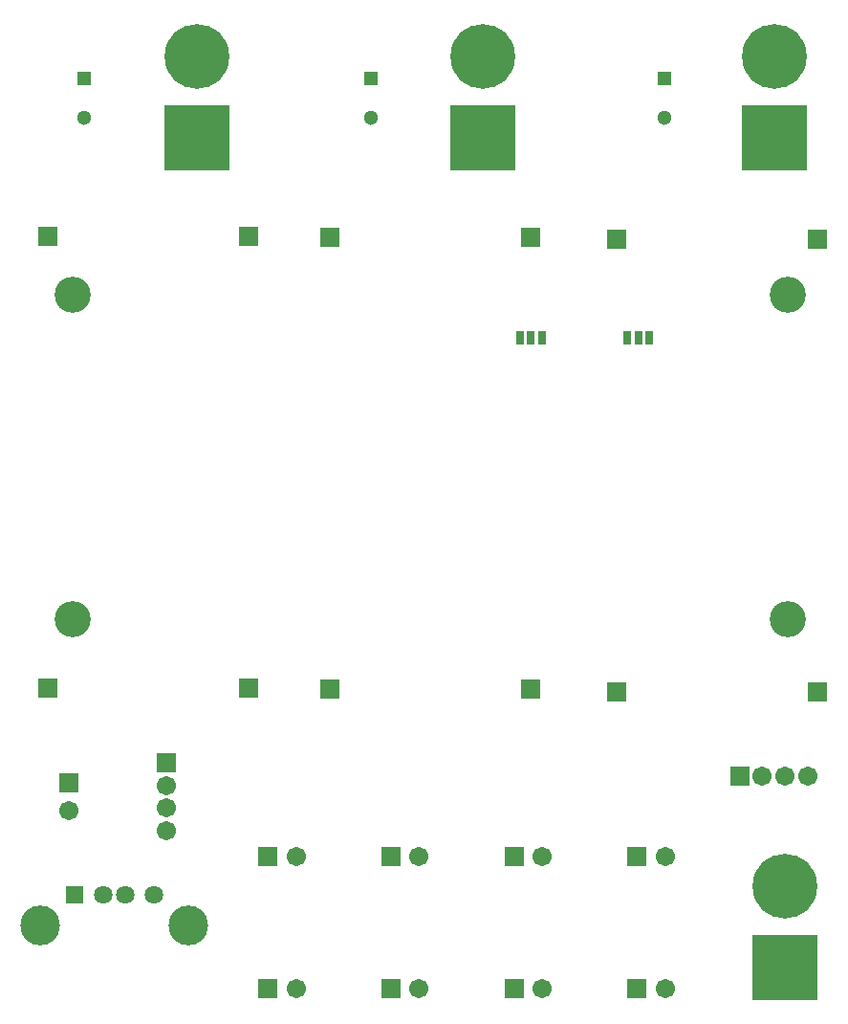
<source format=gbs>
G04*
G04 #@! TF.GenerationSoftware,Altium Limited,Altium Designer,20.1.8 (145)*
G04*
G04 Layer_Color=16711935*
%FSLAX25Y25*%
%MOIN*%
G70*
G04*
G04 #@! TF.SameCoordinates,1FDAB6DA-E141-4DA2-B8DD-458AA00E26A3*
G04*
G04*
G04 #@! TF.FilePolarity,Negative*
G04*
G01*
G75*
%ADD25C,0.12611*%
%ADD26C,0.22517*%
%ADD27R,0.22517X0.22517*%
%ADD28C,0.05118*%
%ADD29R,0.05118X0.05118*%
%ADD30R,0.07099X0.07099*%
%ADD31C,0.06706*%
%ADD32R,0.06706X0.06706*%
%ADD33R,0.06422X0.06422*%
%ADD34C,0.06422*%
%ADD35C,0.13855*%
%ADD36R,0.06706X0.06706*%
%ADD51R,0.02769X0.04737*%
D25*
X269045Y148425D02*
D03*
Y261417D02*
D03*
X19685Y148425D02*
D03*
Y261417D02*
D03*
D26*
X268110Y55512D02*
D03*
X62992Y344488D02*
D03*
X162598D02*
D03*
X264567D02*
D03*
D27*
X268110Y27165D02*
D03*
X62992Y316142D02*
D03*
X162598D02*
D03*
X264567D02*
D03*
D28*
X23622Y323031D02*
D03*
X123622D02*
D03*
X225984D02*
D03*
D29*
X23622Y336811D02*
D03*
X123622D02*
D03*
X225984D02*
D03*
D30*
X109449Y281496D02*
D03*
Y124016D02*
D03*
X179528Y281496D02*
D03*
Y124016D02*
D03*
X279528Y123228D02*
D03*
Y280709D02*
D03*
X209449Y123228D02*
D03*
Y280709D02*
D03*
X11024Y281890D02*
D03*
Y124409D02*
D03*
X81102Y281890D02*
D03*
Y124409D02*
D03*
D31*
X52559Y74803D02*
D03*
Y90551D02*
D03*
Y82677D02*
D03*
X97638Y65748D02*
D03*
X140551Y19684D02*
D03*
X97638D02*
D03*
X275984Y93898D02*
D03*
X260236D02*
D03*
X268110D02*
D03*
X140551Y65748D02*
D03*
X183465D02*
D03*
X226378D02*
D03*
X18504Y81693D02*
D03*
X226378Y19684D02*
D03*
X183465D02*
D03*
D32*
X52559Y98425D02*
D03*
X87795Y65748D02*
D03*
X130709Y19684D02*
D03*
X87795D02*
D03*
X130709Y65748D02*
D03*
X173622D02*
D03*
X216535D02*
D03*
X216535Y19684D02*
D03*
X173622D02*
D03*
D33*
X20472Y52362D02*
D03*
D34*
X30315D02*
D03*
X38189D02*
D03*
X48031D02*
D03*
D35*
X8386Y41693D02*
D03*
X60118D02*
D03*
D36*
X252362Y93898D02*
D03*
X18504Y91535D02*
D03*
D51*
X183465Y246457D02*
D03*
X179527D02*
D03*
X175591D02*
D03*
X212992D02*
D03*
X216929D02*
D03*
X220866D02*
D03*
M02*

</source>
